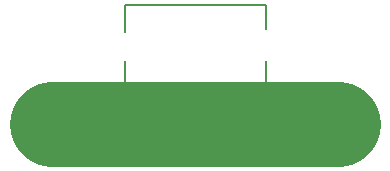
<source format=gto>
%TF.GenerationSoftware,KiCad,Pcbnew,4.0.5-e0-6337~49~ubuntu16.04.1*%
%TF.CreationDate,2017-01-29T13:14:06-08:00*%
%TF.ProjectId,2x4-12mm-Square-SMT-Pushbutton,3278342D31326D6D2D5371756172652D,v1.0*%
%TF.FileFunction,Legend,Top*%
%FSLAX46Y46*%
G04 Gerber Fmt 4.6, Leading zero omitted, Abs format (unit mm)*
G04 Created by KiCad (PCBNEW 4.0.5-e0-6337~49~ubuntu16.04.1) date Sun Jan 29 13:14:06 2017*
%MOMM*%
%LPD*%
G01*
G04 APERTURE LIST*
%ADD10C,0.350000*%
%ADD11C,7.200000*%
%ADD12C,0.152400*%
G04 APERTURE END LIST*
D10*
D11*
X152654000Y-103124000D02*
X128397000Y-103124000D01*
D12*
X146551000Y-97770000D02*
X146551000Y-98020000D01*
X146551000Y-98020000D02*
X146551000Y-100270000D01*
X146551000Y-105020000D02*
X146551000Y-102770000D01*
X134551000Y-105020000D02*
X146551000Y-105020000D01*
X134551000Y-102770000D02*
X134551000Y-105020000D01*
X134551000Y-97770000D02*
X134551000Y-100270000D01*
X134551000Y-93020000D02*
X134551000Y-95270000D01*
X146551000Y-93020000D02*
X146551000Y-95020000D01*
X134551000Y-93020000D02*
X146551000Y-93020000D01*
M02*

</source>
